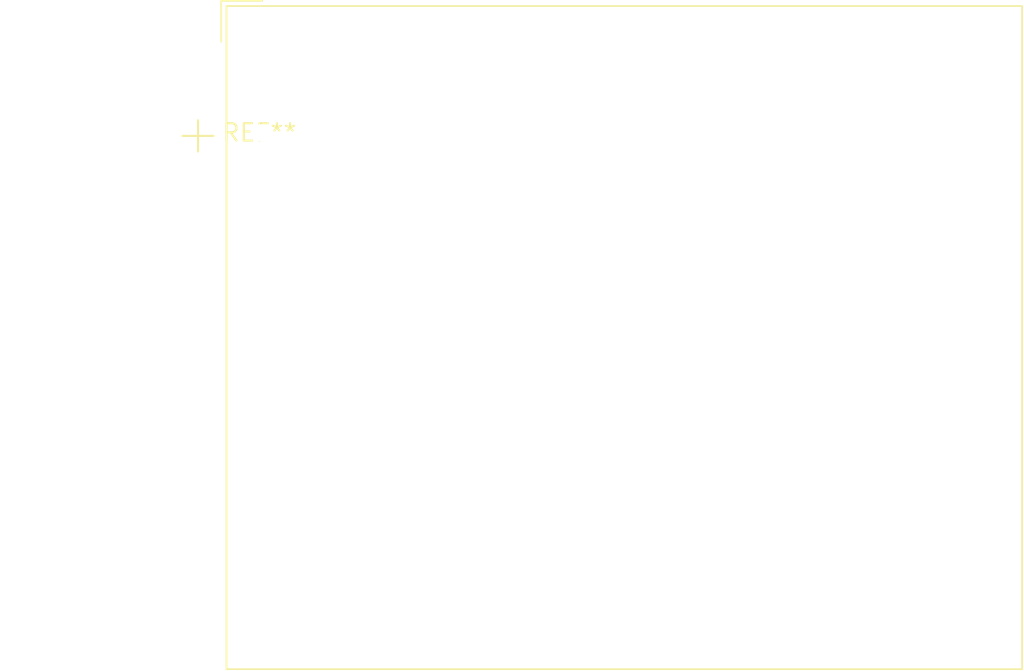
<source format=kicad_pcb>
(kicad_pcb (version 20240108) (generator pcbnew)
  (layers (0 "F.Cu" signal) (31 "B.Cu" signal) (34 "B.Paste" user) (35 "F.Paste" user) (36 "B.SilkS" user "B.Silkscreen") (37 "F.SilkS" user "F.Silkscreen") (38 "B.Mask" user) (39 "F.Mask" user) (44 "Edge.Cuts" user))
  (net 0 "")
  (footprint "BatteryHolder_TruPower_BH-331P_3xAA" (layer "F.Cu") (at 0 0)
    (property "Reference" "REF**")
    (property "Value" "BatteryHolder_TruPower_BH-331P_3xAA")
    (fp_line (start -2.8 -9.65) (end 0.2 -9.65) (layer "F.SilkS") (stroke (width 0.12)))
    (fp_line (start -2.8 -6.65) (end -2.8 -9.65) (layer "F.SilkS") (stroke (width 0.12)))
    (fp_line (start -2.42 -9.27) (end -2.42 39.27) (layer "F.SilkS") (stroke (width 0.12)))
    (fp_line (start -2.42 -9.27) (end 55.82 -9.27) (layer "F.SilkS") (stroke (width 0.12)))
    (fp_line (start -2.42 39.27) (end 55.82 39.27) (layer "F.SilkS") (stroke (width 0.12)))
    (fp_line (start 55.82 -9.27) (end 55.82 39.27) (layer "F.SilkS") (stroke (width 0.12)))
    (fp_text user "+" (at -4.5 0 0) (layer "F.SilkS") (effects (font (size 3 3))))
    (pad "" np_thru_hole circle (at 26.7 0) (size 3.5 3.5) (drill 3.5) (layers *.Cu *.Mask))
    (pad "" np_thru_hole circle (at 26.7 30) (size 3.5 3.5) (drill 3.5) (layers *.Cu *.Mask))
    (pad "1" thru_hole rect (at 0 0) (size 3 3) (drill 1.2) (layers *.Cu *.Mask) (remove_unused_layers))
    (pad "2" thru_hole circle (at 0 12.8) (size 3 3) (drill 1.2) (layers *.Cu *.Mask) (remove_unused_layers))
  )
)
</source>
